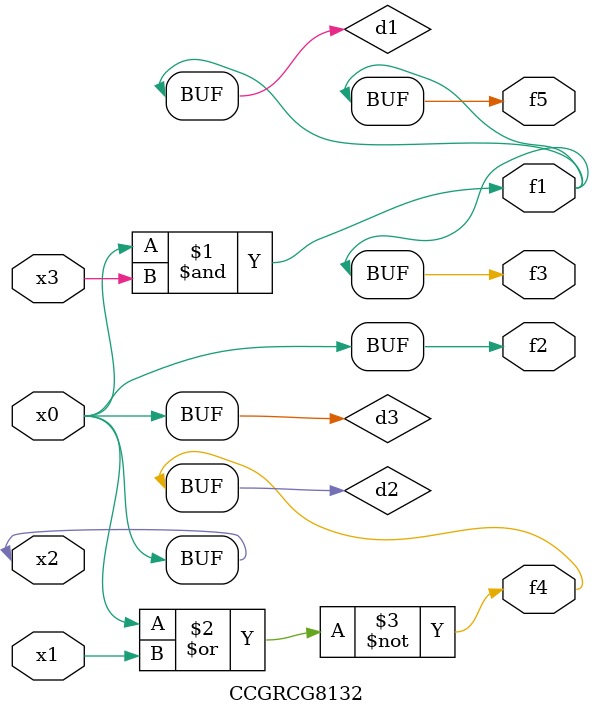
<source format=v>
module CCGRCG8132(
	input x0, x1, x2, x3,
	output f1, f2, f3, f4, f5
);

	wire d1, d2, d3;

	and (d1, x2, x3);
	nor (d2, x0, x1);
	buf (d3, x0, x2);
	assign f1 = d1;
	assign f2 = d3;
	assign f3 = d1;
	assign f4 = d2;
	assign f5 = d1;
endmodule

</source>
